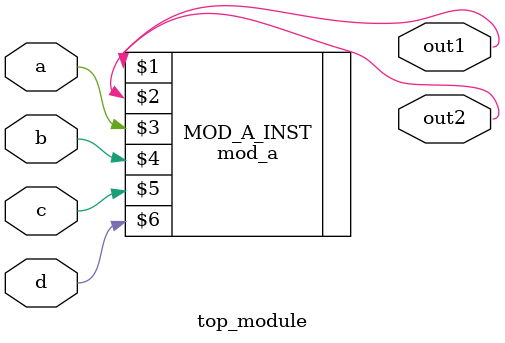
<source format=v>
module top_module ( 
    input a, 
    input b, 
    input c,
    input d,
    output out1,
    output out2
);
    
    mod_a MOD_A_INST(
        out1,out2,a,b,c,d
    );

endmodule

</source>
